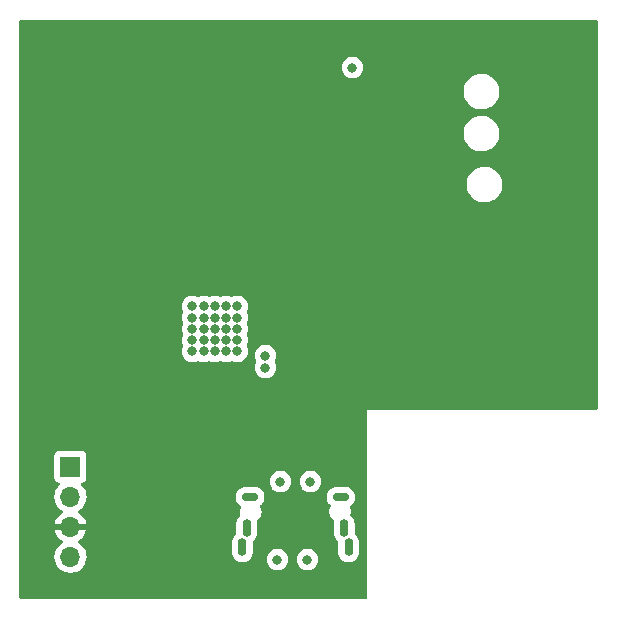
<source format=gbr>
%TF.GenerationSoftware,KiCad,Pcbnew,(6.0.1)*%
%TF.CreationDate,2022-02-16T12:20:19+01:00*%
%TF.ProjectId,KiCad_PCB,4b694361-645f-4504-9342-2e6b69636164,rev?*%
%TF.SameCoordinates,Original*%
%TF.FileFunction,Copper,L2,Inr*%
%TF.FilePolarity,Positive*%
%FSLAX46Y46*%
G04 Gerber Fmt 4.6, Leading zero omitted, Abs format (unit mm)*
G04 Created by KiCad (PCBNEW (6.0.1)) date 2022-02-16 12:20:19*
%MOMM*%
%LPD*%
G01*
G04 APERTURE LIST*
%TA.AperFunction,ComponentPad*%
%ADD10O,1.400000X0.700000*%
%TD*%
%TA.AperFunction,ComponentPad*%
%ADD11O,0.750000X1.500000*%
%TD*%
%TA.AperFunction,ComponentPad*%
%ADD12R,1.700000X1.700000*%
%TD*%
%TA.AperFunction,ComponentPad*%
%ADD13O,1.700000X1.700000*%
%TD*%
%TA.AperFunction,ViaPad*%
%ADD14C,0.800000*%
%TD*%
G04 APERTURE END LIST*
D10*
%TO.N,GND*%
%TO.C,J2*%
X129251000Y-96814000D03*
X136941000Y-96814000D03*
D11*
X137221000Y-99474000D03*
X128971000Y-99474000D03*
X137596000Y-101074000D03*
X128596000Y-101074000D03*
%TD*%
D12*
%TO.N,PROG_SWCLK*%
%TO.C,J1*%
X114046000Y-94244000D03*
D13*
%TO.N,PROG_SWDIO*%
X114046000Y-96784000D03*
%TO.N,+1V8*%
X114046000Y-99324000D03*
%TO.N,GND*%
X114046000Y-101864000D03*
%TD*%
D14*
%TO.N,+1V8*%
X119888000Y-75946000D03*
%TO.N,+5V*%
X137922000Y-60452000D03*
%TO.N,+1V8*%
X126238000Y-65024000D03*
%TO.N,+5V*%
X134112000Y-102108000D03*
X131826000Y-95504000D03*
%TO.N,+1V8*%
X129794000Y-77724000D03*
%TO.N,+5V*%
X131572000Y-102108000D03*
%TO.N,+1V8*%
X123952000Y-90170000D03*
%TO.N,+5V*%
X134366000Y-95504000D03*
%TO.N,GND*%
X125319751Y-82581751D03*
X124369751Y-84481751D03*
X124369751Y-81631751D03*
X124369751Y-80681751D03*
X127219751Y-84481751D03*
X125319751Y-84481751D03*
X126269751Y-84481751D03*
X128169751Y-83531751D03*
X125319751Y-80681751D03*
X128169751Y-80681751D03*
X126269751Y-81631751D03*
X124369751Y-83531751D03*
X127219751Y-82581751D03*
X124369751Y-82581751D03*
X126269751Y-83531751D03*
X125319751Y-83531751D03*
X127219751Y-80681751D03*
X125319751Y-81631751D03*
X126269751Y-80681751D03*
X126269751Y-82581751D03*
X127219751Y-83531751D03*
X128169751Y-82581751D03*
X128169751Y-84481751D03*
X127219751Y-81631751D03*
X128169751Y-81631751D03*
%TO.N,PROG_SWCLK*%
X130556000Y-85852000D03*
%TO.N,PROG_SWDIO*%
X130556000Y-84836000D03*
%TD*%
%TA.AperFunction,Conductor*%
%TO.N,+1V8*%
G36*
X126800076Y-56401361D02*
G01*
X158586097Y-56425518D01*
X158654201Y-56445572D01*
X158700653Y-56499263D01*
X158712000Y-56551518D01*
X158712000Y-89282000D01*
X158691998Y-89350121D01*
X158638342Y-89396614D01*
X158586000Y-89408000D01*
X139192000Y-89408000D01*
X139192000Y-105284000D01*
X139171998Y-105352121D01*
X139118342Y-105398614D01*
X139066000Y-105410000D01*
X109854000Y-105410000D01*
X109785879Y-105389998D01*
X109739386Y-105336342D01*
X109728000Y-105284000D01*
X109728000Y-101830695D01*
X112683251Y-101830695D01*
X112683548Y-101835848D01*
X112683548Y-101835851D01*
X112695812Y-102048547D01*
X112696110Y-102053715D01*
X112697247Y-102058761D01*
X112697248Y-102058767D01*
X112706864Y-102101435D01*
X112745222Y-102271639D01*
X112783461Y-102365811D01*
X112827096Y-102473271D01*
X112829266Y-102478616D01*
X112831965Y-102483020D01*
X112931192Y-102644944D01*
X112945987Y-102669088D01*
X113092250Y-102837938D01*
X113264126Y-102980632D01*
X113457000Y-103093338D01*
X113665692Y-103173030D01*
X113670760Y-103174061D01*
X113670763Y-103174062D01*
X113778017Y-103195883D01*
X113884597Y-103217567D01*
X113889772Y-103217757D01*
X113889774Y-103217757D01*
X114102673Y-103225564D01*
X114102677Y-103225564D01*
X114107837Y-103225753D01*
X114112957Y-103225097D01*
X114112959Y-103225097D01*
X114324288Y-103198025D01*
X114324289Y-103198025D01*
X114329416Y-103197368D01*
X114334366Y-103195883D01*
X114538429Y-103134661D01*
X114538434Y-103134659D01*
X114543384Y-103133174D01*
X114743994Y-103034896D01*
X114925860Y-102905173D01*
X115084096Y-102747489D01*
X115143594Y-102664689D01*
X115211435Y-102570277D01*
X115214453Y-102566077D01*
X115260321Y-102473271D01*
X115311136Y-102370453D01*
X115311137Y-102370451D01*
X115313430Y-102365811D01*
X115378370Y-102152069D01*
X115407529Y-101930590D01*
X115407611Y-101927240D01*
X115409074Y-101867365D01*
X115409074Y-101867361D01*
X115409156Y-101864000D01*
X115390852Y-101641361D01*
X115354166Y-101495306D01*
X127712500Y-101495306D01*
X127712844Y-101498575D01*
X127724405Y-101608570D01*
X127727046Y-101633702D01*
X127729086Y-101639980D01*
X127729086Y-101639981D01*
X127731211Y-101646522D01*
X127784436Y-101810331D01*
X127787739Y-101816053D01*
X127787740Y-101816054D01*
X127796193Y-101830695D01*
X127877296Y-101971169D01*
X128001566Y-102109185D01*
X128006908Y-102113066D01*
X128006910Y-102113068D01*
X128067409Y-102157023D01*
X128151816Y-102218348D01*
X128157844Y-102221032D01*
X128157846Y-102221033D01*
X128315448Y-102291202D01*
X128321479Y-102293887D01*
X128412310Y-102313194D01*
X128496683Y-102331128D01*
X128496687Y-102331128D01*
X128503140Y-102332500D01*
X128688860Y-102332500D01*
X128695313Y-102331128D01*
X128695317Y-102331128D01*
X128779690Y-102313194D01*
X128870521Y-102293887D01*
X128909741Y-102276425D01*
X129034153Y-102221033D01*
X129034155Y-102221032D01*
X129040183Y-102218348D01*
X129045525Y-102214467D01*
X129185090Y-102113068D01*
X129185092Y-102113066D01*
X129190434Y-102109185D01*
X129191501Y-102108000D01*
X130658496Y-102108000D01*
X130678458Y-102297928D01*
X130737473Y-102479556D01*
X130832960Y-102644944D01*
X130960747Y-102786866D01*
X131115248Y-102899118D01*
X131121276Y-102901802D01*
X131121278Y-102901803D01*
X131135581Y-102908171D01*
X131289712Y-102976794D01*
X131383113Y-102996647D01*
X131470056Y-103015128D01*
X131470061Y-103015128D01*
X131476513Y-103016500D01*
X131667487Y-103016500D01*
X131673939Y-103015128D01*
X131673944Y-103015128D01*
X131760888Y-102996647D01*
X131854288Y-102976794D01*
X132008419Y-102908171D01*
X132022722Y-102901803D01*
X132022724Y-102901802D01*
X132028752Y-102899118D01*
X132183253Y-102786866D01*
X132311040Y-102644944D01*
X132406527Y-102479556D01*
X132465542Y-102297928D01*
X132485504Y-102108000D01*
X133198496Y-102108000D01*
X133218458Y-102297928D01*
X133277473Y-102479556D01*
X133372960Y-102644944D01*
X133500747Y-102786866D01*
X133655248Y-102899118D01*
X133661276Y-102901802D01*
X133661278Y-102901803D01*
X133675581Y-102908171D01*
X133829712Y-102976794D01*
X133923113Y-102996647D01*
X134010056Y-103015128D01*
X134010061Y-103015128D01*
X134016513Y-103016500D01*
X134207487Y-103016500D01*
X134213939Y-103015128D01*
X134213944Y-103015128D01*
X134300888Y-102996647D01*
X134394288Y-102976794D01*
X134548419Y-102908171D01*
X134562722Y-102901803D01*
X134562724Y-102901802D01*
X134568752Y-102899118D01*
X134723253Y-102786866D01*
X134851040Y-102644944D01*
X134946527Y-102479556D01*
X135005542Y-102297928D01*
X135025504Y-102108000D01*
X135024814Y-102101435D01*
X135006232Y-101924635D01*
X135006232Y-101924633D01*
X135005542Y-101918072D01*
X134946527Y-101736444D01*
X134851040Y-101571056D01*
X134782835Y-101495306D01*
X134727675Y-101434045D01*
X134727674Y-101434044D01*
X134723253Y-101429134D01*
X134568752Y-101316882D01*
X134562724Y-101314198D01*
X134562722Y-101314197D01*
X134400319Y-101241891D01*
X134400318Y-101241891D01*
X134394288Y-101239206D01*
X134300888Y-101219353D01*
X134213944Y-101200872D01*
X134213939Y-101200872D01*
X134207487Y-101199500D01*
X134016513Y-101199500D01*
X134010061Y-101200872D01*
X134010056Y-101200872D01*
X133923113Y-101219353D01*
X133829712Y-101239206D01*
X133823682Y-101241891D01*
X133823681Y-101241891D01*
X133661278Y-101314197D01*
X133661276Y-101314198D01*
X133655248Y-101316882D01*
X133500747Y-101429134D01*
X133496326Y-101434044D01*
X133496325Y-101434045D01*
X133441166Y-101495306D01*
X133372960Y-101571056D01*
X133277473Y-101736444D01*
X133218458Y-101918072D01*
X133217768Y-101924633D01*
X133217768Y-101924635D01*
X133199186Y-102101435D01*
X133198496Y-102108000D01*
X132485504Y-102108000D01*
X132484814Y-102101435D01*
X132466232Y-101924635D01*
X132466232Y-101924633D01*
X132465542Y-101918072D01*
X132406527Y-101736444D01*
X132311040Y-101571056D01*
X132242835Y-101495306D01*
X132187675Y-101434045D01*
X132187674Y-101434044D01*
X132183253Y-101429134D01*
X132028752Y-101316882D01*
X132022724Y-101314198D01*
X132022722Y-101314197D01*
X131860319Y-101241891D01*
X131860318Y-101241891D01*
X131854288Y-101239206D01*
X131760888Y-101219353D01*
X131673944Y-101200872D01*
X131673939Y-101200872D01*
X131667487Y-101199500D01*
X131476513Y-101199500D01*
X131470061Y-101200872D01*
X131470056Y-101200872D01*
X131383113Y-101219353D01*
X131289712Y-101239206D01*
X131283682Y-101241891D01*
X131283681Y-101241891D01*
X131121278Y-101314197D01*
X131121276Y-101314198D01*
X131115248Y-101316882D01*
X130960747Y-101429134D01*
X130956326Y-101434044D01*
X130956325Y-101434045D01*
X130901166Y-101495306D01*
X130832960Y-101571056D01*
X130737473Y-101736444D01*
X130678458Y-101918072D01*
X130677768Y-101924633D01*
X130677768Y-101924635D01*
X130659186Y-102101435D01*
X130658496Y-102108000D01*
X129191501Y-102108000D01*
X129314704Y-101971169D01*
X129395807Y-101830695D01*
X129404260Y-101816054D01*
X129404261Y-101816053D01*
X129407564Y-101810331D01*
X129460789Y-101646522D01*
X129462914Y-101639981D01*
X129462914Y-101639980D01*
X129464954Y-101633702D01*
X129467596Y-101608570D01*
X129479156Y-101498575D01*
X129479500Y-101495306D01*
X129479500Y-100652694D01*
X129479156Y-100649425D01*
X129478983Y-100646115D01*
X129479858Y-100646069D01*
X129491953Y-100579892D01*
X129530438Y-100534611D01*
X129560087Y-100513071D01*
X129560094Y-100513065D01*
X129565434Y-100509185D01*
X129689704Y-100371169D01*
X129782564Y-100210331D01*
X129839954Y-100033702D01*
X129854500Y-99895306D01*
X129854500Y-99052694D01*
X129839954Y-98914298D01*
X129830051Y-98883820D01*
X129828023Y-98812855D01*
X129869400Y-98747940D01*
X129874202Y-98743954D01*
X129956368Y-98675739D01*
X129983462Y-98653246D01*
X129983465Y-98653243D01*
X129988224Y-98649292D01*
X130095075Y-98517580D01*
X130138650Y-98434933D01*
X130171288Y-98373031D01*
X130171289Y-98373029D01*
X130174176Y-98367553D01*
X130222489Y-98204977D01*
X130229356Y-98130967D01*
X130233746Y-98083652D01*
X130234836Y-98075096D01*
X130237321Y-98059794D01*
X130239134Y-98048633D01*
X130239139Y-98047905D01*
X130239148Y-98047848D01*
X130239177Y-98041998D01*
X130239216Y-98036094D01*
X130239207Y-98036036D01*
X130239211Y-98035308D01*
X130237214Y-98022037D01*
X130235972Y-98013790D01*
X130235267Y-98008287D01*
X130221052Y-97873888D01*
X130220401Y-97867730D01*
X130170323Y-97706822D01*
X130126983Y-97627123D01*
X130112012Y-97557724D01*
X130136937Y-97491247D01*
X130151102Y-97475381D01*
X130253682Y-97378377D01*
X130253683Y-97378376D01*
X130258636Y-97373692D01*
X130262471Y-97368049D01*
X130359646Y-97225060D01*
X130359647Y-97225058D01*
X130363480Y-97219418D01*
X130396071Y-97137937D01*
X130430215Y-97052570D01*
X130430216Y-97052568D01*
X130432751Y-97046229D01*
X130463216Y-96862205D01*
X130462782Y-96853908D01*
X130458163Y-96765795D01*
X135728784Y-96765795D01*
X135729141Y-96772611D01*
X135729141Y-96772615D01*
X135733837Y-96862205D01*
X135738547Y-96952067D01*
X135788080Y-97131898D01*
X135875075Y-97296898D01*
X135879480Y-97302111D01*
X135879483Y-97302115D01*
X135935202Y-97368049D01*
X135995471Y-97439367D01*
X136000895Y-97443514D01*
X136000896Y-97443515D01*
X136031160Y-97466654D01*
X136073128Y-97523918D01*
X136077473Y-97594782D01*
X136065237Y-97627102D01*
X136041661Y-97670310D01*
X136022189Y-97705995D01*
X136020342Y-97711899D01*
X136020341Y-97711902D01*
X136007164Y-97754031D01*
X135971852Y-97866925D01*
X135971192Y-97873081D01*
X135969240Y-97891289D01*
X135962600Y-97953232D01*
X135959007Y-97986744D01*
X135957796Y-97995278D01*
X135953056Y-98022037D01*
X135953027Y-98023449D01*
X135953008Y-98023556D01*
X135952909Y-98029102D01*
X135952795Y-98034574D01*
X135952809Y-98034680D01*
X135952784Y-98036094D01*
X135953624Y-98042205D01*
X135955664Y-98057053D01*
X135956298Y-98062566D01*
X135959125Y-98093030D01*
X135969511Y-98204977D01*
X136017824Y-98367553D01*
X136020711Y-98373029D01*
X136020712Y-98373031D01*
X136053350Y-98434933D01*
X136096925Y-98517580D01*
X136203776Y-98649292D01*
X136208535Y-98653243D01*
X136208538Y-98653246D01*
X136235632Y-98675739D01*
X136317799Y-98743954D01*
X136322600Y-98747940D01*
X136362236Y-98806843D01*
X136361949Y-98883820D01*
X136352046Y-98914298D01*
X136337500Y-99052694D01*
X136337500Y-99895306D01*
X136352046Y-100033702D01*
X136409436Y-100210331D01*
X136502296Y-100371169D01*
X136626566Y-100509185D01*
X136661565Y-100534613D01*
X136704917Y-100590833D01*
X136712321Y-100646079D01*
X136713017Y-100646115D01*
X136712844Y-100649425D01*
X136712500Y-100652694D01*
X136712500Y-101495306D01*
X136712844Y-101498575D01*
X136724405Y-101608570D01*
X136727046Y-101633702D01*
X136729086Y-101639980D01*
X136729086Y-101639981D01*
X136731211Y-101646522D01*
X136784436Y-101810331D01*
X136787739Y-101816053D01*
X136787740Y-101816054D01*
X136796193Y-101830695D01*
X136877296Y-101971169D01*
X137001566Y-102109185D01*
X137006908Y-102113066D01*
X137006910Y-102113068D01*
X137067409Y-102157023D01*
X137151816Y-102218348D01*
X137157844Y-102221032D01*
X137157846Y-102221033D01*
X137315448Y-102291202D01*
X137321479Y-102293887D01*
X137412310Y-102313194D01*
X137496683Y-102331128D01*
X137496687Y-102331128D01*
X137503140Y-102332500D01*
X137688860Y-102332500D01*
X137695313Y-102331128D01*
X137695317Y-102331128D01*
X137779690Y-102313194D01*
X137870521Y-102293887D01*
X137909741Y-102276425D01*
X138034153Y-102221033D01*
X138034155Y-102221032D01*
X138040183Y-102218348D01*
X138045525Y-102214467D01*
X138185090Y-102113068D01*
X138185092Y-102113066D01*
X138190434Y-102109185D01*
X138314704Y-101971169D01*
X138395807Y-101830695D01*
X138404260Y-101816054D01*
X138404261Y-101816053D01*
X138407564Y-101810331D01*
X138460789Y-101646522D01*
X138462914Y-101639981D01*
X138462914Y-101639980D01*
X138464954Y-101633702D01*
X138467596Y-101608570D01*
X138479156Y-101498575D01*
X138479500Y-101495306D01*
X138479500Y-100652694D01*
X138464954Y-100514298D01*
X138407564Y-100337669D01*
X138314704Y-100176831D01*
X138274968Y-100132699D01*
X138194856Y-100043726D01*
X138194855Y-100043725D01*
X138190434Y-100038815D01*
X138155435Y-100013387D01*
X138112083Y-99957167D01*
X138104679Y-99901921D01*
X138103983Y-99901885D01*
X138104156Y-99898575D01*
X138104500Y-99895306D01*
X138104500Y-99052694D01*
X138089954Y-98914298D01*
X138071815Y-98858470D01*
X138034606Y-98743954D01*
X138032564Y-98737669D01*
X137939704Y-98576831D01*
X137836956Y-98462717D01*
X137819856Y-98443726D01*
X137819855Y-98443725D01*
X137815434Y-98438815D01*
X137795074Y-98424022D01*
X137751720Y-98367801D01*
X137745643Y-98297065D01*
X137748354Y-98286194D01*
X137770725Y-98210914D01*
X137770726Y-98210911D01*
X137772489Y-98204977D01*
X137779356Y-98130967D01*
X137783746Y-98083652D01*
X137784836Y-98075096D01*
X137787321Y-98059794D01*
X137789134Y-98048633D01*
X137789139Y-98047905D01*
X137789148Y-98047848D01*
X137789177Y-98041998D01*
X137789216Y-98036094D01*
X137789207Y-98036036D01*
X137789211Y-98035308D01*
X137787214Y-98022037D01*
X137785972Y-98013790D01*
X137785267Y-98008287D01*
X137771052Y-97873888D01*
X137770401Y-97867730D01*
X137720323Y-97706822D01*
X137716828Y-97700394D01*
X137716703Y-97699815D01*
X137714955Y-97695680D01*
X137715739Y-97695349D01*
X137701851Y-97630997D01*
X137726772Y-97564518D01*
X137762620Y-97532190D01*
X137776387Y-97523918D01*
X137813109Y-97501853D01*
X137948636Y-97373692D01*
X137952471Y-97368049D01*
X138049646Y-97225060D01*
X138049647Y-97225058D01*
X138053480Y-97219418D01*
X138086071Y-97137937D01*
X138120215Y-97052570D01*
X138120216Y-97052568D01*
X138122751Y-97046229D01*
X138153216Y-96862205D01*
X138152782Y-96853908D01*
X138143810Y-96682746D01*
X138143453Y-96675933D01*
X138093920Y-96496102D01*
X138006925Y-96331102D01*
X138002520Y-96325889D01*
X138002517Y-96325885D01*
X137890936Y-96193847D01*
X137890932Y-96193843D01*
X137886529Y-96188633D01*
X137872563Y-96177955D01*
X137743769Y-96079484D01*
X137743765Y-96079481D01*
X137738348Y-96075340D01*
X137569296Y-95996510D01*
X137387260Y-95955820D01*
X137381537Y-95955500D01*
X136544404Y-95955500D01*
X136405563Y-95970583D01*
X136228777Y-96030078D01*
X136068891Y-96126147D01*
X135933364Y-96254308D01*
X135929529Y-96259951D01*
X135871933Y-96344702D01*
X135828520Y-96408582D01*
X135825988Y-96414911D01*
X135825987Y-96414914D01*
X135780528Y-96528570D01*
X135759249Y-96581771D01*
X135758134Y-96588509D01*
X135732134Y-96745562D01*
X135728784Y-96765795D01*
X130458163Y-96765795D01*
X130453810Y-96682746D01*
X130453453Y-96675933D01*
X130403920Y-96496102D01*
X130316925Y-96331102D01*
X130312520Y-96325889D01*
X130312517Y-96325885D01*
X130200936Y-96193847D01*
X130200932Y-96193843D01*
X130196529Y-96188633D01*
X130182563Y-96177955D01*
X130053769Y-96079484D01*
X130053765Y-96079481D01*
X130048348Y-96075340D01*
X129879296Y-95996510D01*
X129697260Y-95955820D01*
X129691537Y-95955500D01*
X128854404Y-95955500D01*
X128715563Y-95970583D01*
X128538777Y-96030078D01*
X128378891Y-96126147D01*
X128243364Y-96254308D01*
X128239529Y-96259951D01*
X128181933Y-96344702D01*
X128138520Y-96408582D01*
X128135988Y-96414911D01*
X128135987Y-96414914D01*
X128090528Y-96528570D01*
X128069249Y-96581771D01*
X128068134Y-96588509D01*
X128042134Y-96745562D01*
X128038784Y-96765795D01*
X128039141Y-96772611D01*
X128039141Y-96772615D01*
X128043837Y-96862205D01*
X128048547Y-96952067D01*
X128098080Y-97131898D01*
X128185075Y-97296898D01*
X128189480Y-97302111D01*
X128189483Y-97302115D01*
X128301064Y-97434153D01*
X128301068Y-97434157D01*
X128305471Y-97439367D01*
X128439949Y-97542183D01*
X128481916Y-97599446D01*
X128486261Y-97670310D01*
X128477049Y-97694641D01*
X128477572Y-97694863D01*
X128475154Y-97700561D01*
X128472189Y-97705995D01*
X128470342Y-97711899D01*
X128470341Y-97711902D01*
X128457164Y-97754031D01*
X128421852Y-97866925D01*
X128421192Y-97873081D01*
X128419240Y-97891289D01*
X128412600Y-97953232D01*
X128409007Y-97986744D01*
X128407796Y-97995278D01*
X128403056Y-98022037D01*
X128403027Y-98023449D01*
X128403008Y-98023556D01*
X128402909Y-98029102D01*
X128402795Y-98034574D01*
X128402809Y-98034680D01*
X128402784Y-98036094D01*
X128403624Y-98042205D01*
X128405664Y-98057053D01*
X128406298Y-98062566D01*
X128409125Y-98093030D01*
X128419511Y-98204977D01*
X128421274Y-98210911D01*
X128421275Y-98210914D01*
X128443646Y-98286194D01*
X128443877Y-98357190D01*
X128405688Y-98417041D01*
X128396930Y-98424020D01*
X128376566Y-98438815D01*
X128372145Y-98443725D01*
X128372144Y-98443726D01*
X128355045Y-98462717D01*
X128252296Y-98576831D01*
X128159436Y-98737669D01*
X128157394Y-98743954D01*
X128120186Y-98858470D01*
X128102046Y-98914298D01*
X128087500Y-99052694D01*
X128087500Y-99895306D01*
X128087844Y-99898575D01*
X128088017Y-99901885D01*
X128087142Y-99901931D01*
X128075047Y-99968108D01*
X128036562Y-100013389D01*
X128006913Y-100034929D01*
X128006906Y-100034935D01*
X128001566Y-100038815D01*
X127997145Y-100043725D01*
X127997144Y-100043726D01*
X127917033Y-100132699D01*
X127877296Y-100176831D01*
X127784436Y-100337669D01*
X127727046Y-100514298D01*
X127712500Y-100652694D01*
X127712500Y-101495306D01*
X115354166Y-101495306D01*
X115336431Y-101424702D01*
X115247354Y-101219840D01*
X115126014Y-101032277D01*
X114975670Y-100867051D01*
X114971619Y-100863852D01*
X114971615Y-100863848D01*
X114804414Y-100731800D01*
X114804410Y-100731798D01*
X114800359Y-100728598D01*
X114758569Y-100705529D01*
X114708598Y-100655097D01*
X114693826Y-100585654D01*
X114718942Y-100519248D01*
X114746294Y-100492641D01*
X114921328Y-100367792D01*
X114929200Y-100361139D01*
X115080052Y-100210812D01*
X115086730Y-100202965D01*
X115211003Y-100030020D01*
X115216313Y-100021183D01*
X115310670Y-99830267D01*
X115314469Y-99820672D01*
X115376377Y-99616910D01*
X115378555Y-99606837D01*
X115379986Y-99595962D01*
X115377775Y-99581778D01*
X115364617Y-99578000D01*
X112729225Y-99578000D01*
X112715694Y-99581973D01*
X112714257Y-99591966D01*
X112744565Y-99726446D01*
X112747645Y-99736275D01*
X112827770Y-99933603D01*
X112832413Y-99942794D01*
X112943694Y-100124388D01*
X112949777Y-100132699D01*
X113089213Y-100293667D01*
X113096580Y-100300883D01*
X113260434Y-100436916D01*
X113268881Y-100442831D01*
X113337969Y-100483203D01*
X113386693Y-100534842D01*
X113399764Y-100604625D01*
X113373033Y-100670396D01*
X113332584Y-100703752D01*
X113319607Y-100710507D01*
X113315474Y-100713610D01*
X113315471Y-100713612D01*
X113291247Y-100731800D01*
X113140965Y-100844635D01*
X112986629Y-101006138D01*
X112860743Y-101190680D01*
X112845003Y-101224590D01*
X112803409Y-101314197D01*
X112766688Y-101393305D01*
X112706989Y-101608570D01*
X112683251Y-101830695D01*
X109728000Y-101830695D01*
X109728000Y-96750695D01*
X112683251Y-96750695D01*
X112683548Y-96755848D01*
X112683548Y-96755851D01*
X112689011Y-96850590D01*
X112696110Y-96973715D01*
X112697247Y-96978761D01*
X112697248Y-96978767D01*
X112710933Y-97039491D01*
X112745222Y-97191639D01*
X112829266Y-97398616D01*
X112880019Y-97481438D01*
X112930931Y-97564518D01*
X112945987Y-97589088D01*
X113092250Y-97757938D01*
X113264126Y-97900632D01*
X113337955Y-97943774D01*
X113386679Y-97995412D01*
X113399750Y-98065195D01*
X113373019Y-98130967D01*
X113332562Y-98164327D01*
X113324457Y-98168546D01*
X113315738Y-98174036D01*
X113145433Y-98301905D01*
X113137726Y-98308748D01*
X112990590Y-98462717D01*
X112984104Y-98470727D01*
X112864098Y-98646649D01*
X112859000Y-98655623D01*
X112769338Y-98848783D01*
X112765775Y-98858470D01*
X112710389Y-99058183D01*
X112711912Y-99066607D01*
X112724292Y-99070000D01*
X115364344Y-99070000D01*
X115377875Y-99066027D01*
X115379180Y-99056947D01*
X115337214Y-98889875D01*
X115333894Y-98880124D01*
X115248972Y-98684814D01*
X115244105Y-98675739D01*
X115128426Y-98496926D01*
X115122136Y-98488757D01*
X114978806Y-98331240D01*
X114971273Y-98324215D01*
X114804139Y-98192222D01*
X114795556Y-98186520D01*
X114758602Y-98166120D01*
X114708631Y-98115687D01*
X114693859Y-98046245D01*
X114718975Y-97979839D01*
X114746327Y-97953232D01*
X114769797Y-97936491D01*
X114925860Y-97825173D01*
X115084096Y-97667489D01*
X115143594Y-97584689D01*
X115211435Y-97490277D01*
X115214453Y-97486077D01*
X115219740Y-97475381D01*
X115311136Y-97290453D01*
X115311137Y-97290451D01*
X115313430Y-97285811D01*
X115358358Y-97137937D01*
X115376865Y-97077023D01*
X115376865Y-97077021D01*
X115378370Y-97072069D01*
X115407529Y-96850590D01*
X115409156Y-96784000D01*
X115390852Y-96561361D01*
X115336431Y-96344702D01*
X115247354Y-96139840D01*
X115176346Y-96030078D01*
X115128822Y-95956617D01*
X115128820Y-95956614D01*
X115126014Y-95952277D01*
X115122532Y-95948450D01*
X114978798Y-95790488D01*
X114947746Y-95726642D01*
X114956141Y-95656143D01*
X115001317Y-95601375D01*
X115027761Y-95587706D01*
X115134297Y-95547767D01*
X115142705Y-95544615D01*
X115196897Y-95504000D01*
X130912496Y-95504000D01*
X130913186Y-95510565D01*
X130925863Y-95631176D01*
X130932458Y-95693928D01*
X130991473Y-95875556D01*
X131086960Y-96040944D01*
X131091378Y-96045851D01*
X131091379Y-96045852D01*
X131153978Y-96115375D01*
X131214747Y-96182866D01*
X131369248Y-96295118D01*
X131375276Y-96297802D01*
X131375278Y-96297803D01*
X131537681Y-96370109D01*
X131543712Y-96372794D01*
X131637112Y-96392647D01*
X131724056Y-96411128D01*
X131724061Y-96411128D01*
X131730513Y-96412500D01*
X131921487Y-96412500D01*
X131927939Y-96411128D01*
X131927944Y-96411128D01*
X132014888Y-96392647D01*
X132108288Y-96372794D01*
X132114319Y-96370109D01*
X132276722Y-96297803D01*
X132276724Y-96297802D01*
X132282752Y-96295118D01*
X132437253Y-96182866D01*
X132498022Y-96115375D01*
X132560621Y-96045852D01*
X132560622Y-96045851D01*
X132565040Y-96040944D01*
X132660527Y-95875556D01*
X132719542Y-95693928D01*
X132726138Y-95631176D01*
X132738814Y-95510565D01*
X132739504Y-95504000D01*
X133452496Y-95504000D01*
X133453186Y-95510565D01*
X133465863Y-95631176D01*
X133472458Y-95693928D01*
X133531473Y-95875556D01*
X133626960Y-96040944D01*
X133631378Y-96045851D01*
X133631379Y-96045852D01*
X133693978Y-96115375D01*
X133754747Y-96182866D01*
X133909248Y-96295118D01*
X133915276Y-96297802D01*
X133915278Y-96297803D01*
X134077681Y-96370109D01*
X134083712Y-96372794D01*
X134177112Y-96392647D01*
X134264056Y-96411128D01*
X134264061Y-96411128D01*
X134270513Y-96412500D01*
X134461487Y-96412500D01*
X134467939Y-96411128D01*
X134467944Y-96411128D01*
X134554888Y-96392647D01*
X134648288Y-96372794D01*
X134654319Y-96370109D01*
X134816722Y-96297803D01*
X134816724Y-96297802D01*
X134822752Y-96295118D01*
X134977253Y-96182866D01*
X135038022Y-96115375D01*
X135100621Y-96045852D01*
X135100622Y-96045851D01*
X135105040Y-96040944D01*
X135200527Y-95875556D01*
X135259542Y-95693928D01*
X135266138Y-95631176D01*
X135278814Y-95510565D01*
X135279504Y-95504000D01*
X135273837Y-95450081D01*
X135260232Y-95320635D01*
X135260232Y-95320633D01*
X135259542Y-95314072D01*
X135200527Y-95132444D01*
X135105040Y-94967056D01*
X134977253Y-94825134D01*
X134822752Y-94712882D01*
X134816724Y-94710198D01*
X134816722Y-94710197D01*
X134654319Y-94637891D01*
X134654318Y-94637891D01*
X134648288Y-94635206D01*
X134554887Y-94615353D01*
X134467944Y-94596872D01*
X134467939Y-94596872D01*
X134461487Y-94595500D01*
X134270513Y-94595500D01*
X134264061Y-94596872D01*
X134264056Y-94596872D01*
X134177113Y-94615353D01*
X134083712Y-94635206D01*
X134077682Y-94637891D01*
X134077681Y-94637891D01*
X133915278Y-94710197D01*
X133915276Y-94710198D01*
X133909248Y-94712882D01*
X133754747Y-94825134D01*
X133626960Y-94967056D01*
X133531473Y-95132444D01*
X133472458Y-95314072D01*
X133471768Y-95320633D01*
X133471768Y-95320635D01*
X133458163Y-95450081D01*
X133452496Y-95504000D01*
X132739504Y-95504000D01*
X132733837Y-95450081D01*
X132720232Y-95320635D01*
X132720232Y-95320633D01*
X132719542Y-95314072D01*
X132660527Y-95132444D01*
X132565040Y-94967056D01*
X132437253Y-94825134D01*
X132282752Y-94712882D01*
X132276724Y-94710198D01*
X132276722Y-94710197D01*
X132114319Y-94637891D01*
X132114318Y-94637891D01*
X132108288Y-94635206D01*
X132014887Y-94615353D01*
X131927944Y-94596872D01*
X131927939Y-94596872D01*
X131921487Y-94595500D01*
X131730513Y-94595500D01*
X131724061Y-94596872D01*
X131724056Y-94596872D01*
X131637113Y-94615353D01*
X131543712Y-94635206D01*
X131537682Y-94637891D01*
X131537681Y-94637891D01*
X131375278Y-94710197D01*
X131375276Y-94710198D01*
X131369248Y-94712882D01*
X131214747Y-94825134D01*
X131086960Y-94967056D01*
X130991473Y-95132444D01*
X130932458Y-95314072D01*
X130931768Y-95320633D01*
X130931768Y-95320635D01*
X130918163Y-95450081D01*
X130912496Y-95504000D01*
X115196897Y-95504000D01*
X115259261Y-95457261D01*
X115346615Y-95340705D01*
X115397745Y-95204316D01*
X115404500Y-95142134D01*
X115404500Y-93345866D01*
X115397745Y-93283684D01*
X115346615Y-93147295D01*
X115259261Y-93030739D01*
X115142705Y-92943385D01*
X115006316Y-92892255D01*
X114944134Y-92885500D01*
X113147866Y-92885500D01*
X113085684Y-92892255D01*
X112949295Y-92943385D01*
X112832739Y-93030739D01*
X112745385Y-93147295D01*
X112694255Y-93283684D01*
X112687500Y-93345866D01*
X112687500Y-95142134D01*
X112694255Y-95204316D01*
X112745385Y-95340705D01*
X112832739Y-95457261D01*
X112949295Y-95544615D01*
X112957704Y-95547767D01*
X112957705Y-95547768D01*
X113066451Y-95588535D01*
X113123216Y-95631176D01*
X113147916Y-95697738D01*
X113132709Y-95767087D01*
X113113316Y-95793568D01*
X112986629Y-95926138D01*
X112983715Y-95930410D01*
X112983714Y-95930411D01*
X112966549Y-95955574D01*
X112860743Y-96110680D01*
X112845003Y-96144590D01*
X112773884Y-96297803D01*
X112766688Y-96313305D01*
X112706989Y-96528570D01*
X112683251Y-96750695D01*
X109728000Y-96750695D01*
X109728000Y-85852000D01*
X129642496Y-85852000D01*
X129662458Y-86041928D01*
X129721473Y-86223556D01*
X129816960Y-86388944D01*
X129944747Y-86530866D01*
X130099248Y-86643118D01*
X130105276Y-86645802D01*
X130105278Y-86645803D01*
X130267681Y-86718109D01*
X130273712Y-86720794D01*
X130367113Y-86740647D01*
X130454056Y-86759128D01*
X130454061Y-86759128D01*
X130460513Y-86760500D01*
X130651487Y-86760500D01*
X130657939Y-86759128D01*
X130657944Y-86759128D01*
X130744887Y-86740647D01*
X130838288Y-86720794D01*
X130844319Y-86718109D01*
X131006722Y-86645803D01*
X131006724Y-86645802D01*
X131012752Y-86643118D01*
X131167253Y-86530866D01*
X131295040Y-86388944D01*
X131390527Y-86223556D01*
X131449542Y-86041928D01*
X131469504Y-85852000D01*
X131449542Y-85662072D01*
X131390527Y-85480444D01*
X131348124Y-85407000D01*
X131331386Y-85338005D01*
X131348124Y-85281000D01*
X131352819Y-85272869D01*
X131390527Y-85207556D01*
X131449542Y-85025928D01*
X131469504Y-84836000D01*
X131452893Y-84677957D01*
X131450232Y-84652635D01*
X131450232Y-84652633D01*
X131449542Y-84646072D01*
X131390527Y-84464444D01*
X131295040Y-84299056D01*
X131288528Y-84291823D01*
X131171675Y-84162045D01*
X131171674Y-84162044D01*
X131167253Y-84157134D01*
X131068157Y-84085136D01*
X131018094Y-84048763D01*
X131018093Y-84048762D01*
X131012752Y-84044882D01*
X131006724Y-84042198D01*
X131006722Y-84042197D01*
X130844319Y-83969891D01*
X130844318Y-83969891D01*
X130838288Y-83967206D01*
X130727937Y-83943750D01*
X130657944Y-83928872D01*
X130657939Y-83928872D01*
X130651487Y-83927500D01*
X130460513Y-83927500D01*
X130454061Y-83928872D01*
X130454056Y-83928872D01*
X130384063Y-83943750D01*
X130273712Y-83967206D01*
X130267682Y-83969891D01*
X130267681Y-83969891D01*
X130105278Y-84042197D01*
X130105276Y-84042198D01*
X130099248Y-84044882D01*
X130093907Y-84048762D01*
X130093906Y-84048763D01*
X130043843Y-84085136D01*
X129944747Y-84157134D01*
X129940326Y-84162044D01*
X129940325Y-84162045D01*
X129823473Y-84291823D01*
X129816960Y-84299056D01*
X129721473Y-84464444D01*
X129662458Y-84646072D01*
X129661768Y-84652633D01*
X129661768Y-84652635D01*
X129659107Y-84677957D01*
X129642496Y-84836000D01*
X129662458Y-85025928D01*
X129721473Y-85207556D01*
X129759182Y-85272869D01*
X129763876Y-85281000D01*
X129780614Y-85349995D01*
X129763876Y-85407000D01*
X129721473Y-85480444D01*
X129662458Y-85662072D01*
X129642496Y-85852000D01*
X109728000Y-85852000D01*
X109728000Y-84481751D01*
X123456247Y-84481751D01*
X123456937Y-84488316D01*
X123473518Y-84646072D01*
X123476209Y-84671679D01*
X123535224Y-84853307D01*
X123630711Y-85018695D01*
X123635129Y-85023602D01*
X123635130Y-85023603D01*
X123642876Y-85032206D01*
X123758498Y-85160617D01*
X123912999Y-85272869D01*
X123919027Y-85275553D01*
X123919029Y-85275554D01*
X124081432Y-85347860D01*
X124087463Y-85350545D01*
X124180863Y-85370398D01*
X124267807Y-85388879D01*
X124267812Y-85388879D01*
X124274264Y-85390251D01*
X124465238Y-85390251D01*
X124471690Y-85388879D01*
X124471695Y-85388879D01*
X124558639Y-85370398D01*
X124652039Y-85350545D01*
X124666740Y-85344000D01*
X124793502Y-85287562D01*
X124863869Y-85278128D01*
X124896000Y-85287562D01*
X125022763Y-85344000D01*
X125037463Y-85350545D01*
X125130863Y-85370398D01*
X125217807Y-85388879D01*
X125217812Y-85388879D01*
X125224264Y-85390251D01*
X125415238Y-85390251D01*
X125421690Y-85388879D01*
X125421695Y-85388879D01*
X125508639Y-85370398D01*
X125602039Y-85350545D01*
X125616740Y-85344000D01*
X125743502Y-85287562D01*
X125813869Y-85278128D01*
X125846000Y-85287562D01*
X125972763Y-85344000D01*
X125987463Y-85350545D01*
X126080863Y-85370398D01*
X126167807Y-85388879D01*
X126167812Y-85388879D01*
X126174264Y-85390251D01*
X126365238Y-85390251D01*
X126371690Y-85388879D01*
X126371695Y-85388879D01*
X126458639Y-85370398D01*
X126552039Y-85350545D01*
X126566740Y-85344000D01*
X126693502Y-85287562D01*
X126763869Y-85278128D01*
X126796000Y-85287562D01*
X126922763Y-85344000D01*
X126937463Y-85350545D01*
X127030863Y-85370398D01*
X127117807Y-85388879D01*
X127117812Y-85388879D01*
X127124264Y-85390251D01*
X127315238Y-85390251D01*
X127321690Y-85388879D01*
X127321695Y-85388879D01*
X127408639Y-85370398D01*
X127502039Y-85350545D01*
X127516740Y-85344000D01*
X127643502Y-85287562D01*
X127713869Y-85278128D01*
X127746000Y-85287562D01*
X127872763Y-85344000D01*
X127887463Y-85350545D01*
X127980863Y-85370398D01*
X128067807Y-85388879D01*
X128067812Y-85388879D01*
X128074264Y-85390251D01*
X128265238Y-85390251D01*
X128271690Y-85388879D01*
X128271695Y-85388879D01*
X128358639Y-85370398D01*
X128452039Y-85350545D01*
X128458070Y-85347860D01*
X128620473Y-85275554D01*
X128620475Y-85275553D01*
X128626503Y-85272869D01*
X128781004Y-85160617D01*
X128896626Y-85032206D01*
X128904372Y-85023603D01*
X128904373Y-85023602D01*
X128908791Y-85018695D01*
X129004278Y-84853307D01*
X129063293Y-84671679D01*
X129065985Y-84646072D01*
X129082565Y-84488316D01*
X129083255Y-84481751D01*
X129063293Y-84291823D01*
X129004278Y-84110195D01*
X128980928Y-84069752D01*
X128964189Y-84000757D01*
X128980928Y-83943750D01*
X129000973Y-83909032D01*
X129000974Y-83909029D01*
X129004278Y-83903307D01*
X129063293Y-83721679D01*
X129083255Y-83531751D01*
X129063293Y-83341823D01*
X129004278Y-83160195D01*
X128980928Y-83119752D01*
X128964189Y-83050757D01*
X128980928Y-82993750D01*
X129000973Y-82959032D01*
X129000974Y-82959029D01*
X129004278Y-82953307D01*
X129063293Y-82771679D01*
X129083255Y-82581751D01*
X129063293Y-82391823D01*
X129004278Y-82210195D01*
X128980928Y-82169752D01*
X128964189Y-82100757D01*
X128980928Y-82043750D01*
X129000973Y-82009032D01*
X129000974Y-82009029D01*
X129004278Y-82003307D01*
X129063293Y-81821679D01*
X129083255Y-81631751D01*
X129063293Y-81441823D01*
X129004278Y-81260195D01*
X128980928Y-81219752D01*
X128964189Y-81150757D01*
X128980928Y-81093750D01*
X129000973Y-81059032D01*
X129000974Y-81059029D01*
X129004278Y-81053307D01*
X129063293Y-80871679D01*
X129083255Y-80681751D01*
X129063293Y-80491823D01*
X129004278Y-80310195D01*
X128908791Y-80144807D01*
X128781004Y-80002885D01*
X128626503Y-79890633D01*
X128620475Y-79887949D01*
X128620473Y-79887948D01*
X128458070Y-79815642D01*
X128458069Y-79815642D01*
X128452039Y-79812957D01*
X128358639Y-79793104D01*
X128271695Y-79774623D01*
X128271690Y-79774623D01*
X128265238Y-79773251D01*
X128074264Y-79773251D01*
X128067812Y-79774623D01*
X128067807Y-79774623D01*
X127980863Y-79793104D01*
X127887463Y-79812957D01*
X127881433Y-79815642D01*
X127881432Y-79815642D01*
X127746000Y-79875940D01*
X127675633Y-79885374D01*
X127643502Y-79875940D01*
X127508070Y-79815642D01*
X127508069Y-79815642D01*
X127502039Y-79812957D01*
X127408639Y-79793104D01*
X127321695Y-79774623D01*
X127321690Y-79774623D01*
X127315238Y-79773251D01*
X127124264Y-79773251D01*
X127117812Y-79774623D01*
X127117807Y-79774623D01*
X127030863Y-79793104D01*
X126937463Y-79812957D01*
X126931433Y-79815642D01*
X126931432Y-79815642D01*
X126796000Y-79875940D01*
X126725633Y-79885374D01*
X126693502Y-79875940D01*
X126558070Y-79815642D01*
X126558069Y-79815642D01*
X126552039Y-79812957D01*
X126458639Y-79793104D01*
X126371695Y-79774623D01*
X126371690Y-79774623D01*
X126365238Y-79773251D01*
X126174264Y-79773251D01*
X126167812Y-79774623D01*
X126167807Y-79774623D01*
X126080863Y-79793104D01*
X125987463Y-79812957D01*
X125981433Y-79815642D01*
X125981432Y-79815642D01*
X125846000Y-79875940D01*
X125775633Y-79885374D01*
X125743502Y-79875940D01*
X125608070Y-79815642D01*
X125608069Y-79815642D01*
X125602039Y-79812957D01*
X125508639Y-79793104D01*
X125421695Y-79774623D01*
X125421690Y-79774623D01*
X125415238Y-79773251D01*
X125224264Y-79773251D01*
X125217812Y-79774623D01*
X125217807Y-79774623D01*
X125130863Y-79793104D01*
X125037463Y-79812957D01*
X125031433Y-79815642D01*
X125031432Y-79815642D01*
X124896000Y-79875940D01*
X124825633Y-79885374D01*
X124793502Y-79875940D01*
X124658070Y-79815642D01*
X124658069Y-79815642D01*
X124652039Y-79812957D01*
X124558639Y-79793104D01*
X124471695Y-79774623D01*
X124471690Y-79774623D01*
X124465238Y-79773251D01*
X124274264Y-79773251D01*
X124267812Y-79774623D01*
X124267807Y-79774623D01*
X124180863Y-79793104D01*
X124087463Y-79812957D01*
X124081433Y-79815642D01*
X124081432Y-79815642D01*
X123919029Y-79887948D01*
X123919027Y-79887949D01*
X123912999Y-79890633D01*
X123758498Y-80002885D01*
X123630711Y-80144807D01*
X123535224Y-80310195D01*
X123476209Y-80491823D01*
X123456247Y-80681751D01*
X123476209Y-80871679D01*
X123535224Y-81053307D01*
X123538528Y-81059029D01*
X123538529Y-81059032D01*
X123558574Y-81093750D01*
X123575313Y-81162745D01*
X123558574Y-81219752D01*
X123535224Y-81260195D01*
X123476209Y-81441823D01*
X123456247Y-81631751D01*
X123476209Y-81821679D01*
X123535224Y-82003307D01*
X123538528Y-82009029D01*
X123538529Y-82009032D01*
X123558574Y-82043750D01*
X123575313Y-82112745D01*
X123558574Y-82169752D01*
X123535224Y-82210195D01*
X123476209Y-82391823D01*
X123456247Y-82581751D01*
X123476209Y-82771679D01*
X123535224Y-82953307D01*
X123538528Y-82959029D01*
X123538529Y-82959032D01*
X123558574Y-82993750D01*
X123575313Y-83062745D01*
X123558574Y-83119752D01*
X123535224Y-83160195D01*
X123476209Y-83341823D01*
X123456247Y-83531751D01*
X123476209Y-83721679D01*
X123535224Y-83903307D01*
X123538528Y-83909029D01*
X123538529Y-83909032D01*
X123558574Y-83943750D01*
X123575313Y-84012745D01*
X123558574Y-84069752D01*
X123535224Y-84110195D01*
X123476209Y-84291823D01*
X123456247Y-84481751D01*
X109728000Y-84481751D01*
X109728000Y-70410817D01*
X147585514Y-70410817D01*
X147586095Y-70415837D01*
X147586095Y-70415841D01*
X147601923Y-70552631D01*
X147613415Y-70651956D01*
X147614791Y-70656820D01*
X147614792Y-70656823D01*
X147660476Y-70818266D01*
X147679510Y-70885532D01*
X147681644Y-70890108D01*
X147681646Y-70890114D01*
X147738446Y-71011922D01*
X147782099Y-71105536D01*
X147918544Y-71306307D01*
X148085332Y-71482681D01*
X148089358Y-71485759D01*
X148089359Y-71485760D01*
X148274154Y-71627047D01*
X148274158Y-71627050D01*
X148278174Y-71630120D01*
X148492109Y-71744831D01*
X148721631Y-71823862D01*
X148820978Y-71841022D01*
X148956926Y-71864504D01*
X148956932Y-71864505D01*
X148960836Y-71865179D01*
X148964797Y-71865359D01*
X148964798Y-71865359D01*
X148988506Y-71866436D01*
X148988525Y-71866436D01*
X148989925Y-71866500D01*
X149159001Y-71866500D01*
X149161509Y-71866298D01*
X149161514Y-71866298D01*
X149334924Y-71852346D01*
X149334929Y-71852345D01*
X149339965Y-71851940D01*
X149344873Y-71850734D01*
X149344876Y-71850734D01*
X149570792Y-71795244D01*
X149575706Y-71794037D01*
X149580358Y-71792062D01*
X149580362Y-71792061D01*
X149794498Y-71701165D01*
X149799156Y-71699188D01*
X149905037Y-71632511D01*
X150000288Y-71572528D01*
X150000291Y-71572526D01*
X150004567Y-71569833D01*
X150103422Y-71482681D01*
X150182858Y-71412650D01*
X150182861Y-71412647D01*
X150186655Y-71409302D01*
X150340734Y-71221722D01*
X150462841Y-71011922D01*
X150549833Y-70785298D01*
X150599474Y-70547680D01*
X150610486Y-70305183D01*
X150595235Y-70173373D01*
X150583167Y-70069071D01*
X150583166Y-70069067D01*
X150582585Y-70064044D01*
X150543517Y-69925978D01*
X150517866Y-69835331D01*
X150516490Y-69830468D01*
X150514356Y-69825892D01*
X150514354Y-69825886D01*
X150416038Y-69615046D01*
X150416036Y-69615042D01*
X150413901Y-69610464D01*
X150277456Y-69409693D01*
X150110668Y-69233319D01*
X150106641Y-69230240D01*
X149921846Y-69088953D01*
X149921842Y-69088950D01*
X149917826Y-69085880D01*
X149703891Y-68971169D01*
X149474369Y-68892138D01*
X149375022Y-68874978D01*
X149239074Y-68851496D01*
X149239068Y-68851495D01*
X149235164Y-68850821D01*
X149231203Y-68850641D01*
X149231202Y-68850641D01*
X149207494Y-68849564D01*
X149207475Y-68849564D01*
X149206075Y-68849500D01*
X149036999Y-68849500D01*
X149034491Y-68849702D01*
X149034486Y-68849702D01*
X148861076Y-68863654D01*
X148861071Y-68863655D01*
X148856035Y-68864060D01*
X148851127Y-68865266D01*
X148851124Y-68865266D01*
X148735007Y-68893787D01*
X148620294Y-68921963D01*
X148615642Y-68923938D01*
X148615638Y-68923939D01*
X148508252Y-68969522D01*
X148396844Y-69016812D01*
X148392560Y-69019510D01*
X148195712Y-69143472D01*
X148195709Y-69143474D01*
X148191433Y-69146167D01*
X148187639Y-69149512D01*
X148013142Y-69303350D01*
X148013139Y-69303353D01*
X148009345Y-69306698D01*
X147855266Y-69494278D01*
X147733159Y-69704078D01*
X147646167Y-69930702D01*
X147596526Y-70168320D01*
X147585514Y-70410817D01*
X109728000Y-70410817D01*
X109728000Y-66092817D01*
X147331514Y-66092817D01*
X147332095Y-66097837D01*
X147332095Y-66097841D01*
X147347923Y-66234631D01*
X147359415Y-66333956D01*
X147360791Y-66338820D01*
X147360792Y-66338823D01*
X147406476Y-66500266D01*
X147425510Y-66567532D01*
X147427644Y-66572108D01*
X147427646Y-66572114D01*
X147484446Y-66693922D01*
X147528099Y-66787536D01*
X147664544Y-66988307D01*
X147831332Y-67164681D01*
X147835358Y-67167759D01*
X147835359Y-67167760D01*
X148020154Y-67309047D01*
X148020158Y-67309050D01*
X148024174Y-67312120D01*
X148238109Y-67426831D01*
X148467631Y-67505862D01*
X148566978Y-67523022D01*
X148702926Y-67546504D01*
X148702932Y-67546505D01*
X148706836Y-67547179D01*
X148710797Y-67547359D01*
X148710798Y-67547359D01*
X148734506Y-67548436D01*
X148734525Y-67548436D01*
X148735925Y-67548500D01*
X148905001Y-67548500D01*
X148907509Y-67548298D01*
X148907514Y-67548298D01*
X149080924Y-67534346D01*
X149080929Y-67534345D01*
X149085965Y-67533940D01*
X149090873Y-67532734D01*
X149090876Y-67532734D01*
X149316792Y-67477244D01*
X149321706Y-67476037D01*
X149326358Y-67474062D01*
X149326362Y-67474061D01*
X149540498Y-67383165D01*
X149545156Y-67381188D01*
X149651037Y-67314511D01*
X149746288Y-67254528D01*
X149746291Y-67254526D01*
X149750567Y-67251833D01*
X149849422Y-67164681D01*
X149928858Y-67094650D01*
X149928861Y-67094647D01*
X149932655Y-67091302D01*
X150086734Y-66903722D01*
X150208841Y-66693922D01*
X150295833Y-66467298D01*
X150345474Y-66229680D01*
X150356486Y-65987183D01*
X150341235Y-65855373D01*
X150329167Y-65751071D01*
X150329166Y-65751067D01*
X150328585Y-65746044D01*
X150289517Y-65607978D01*
X150263866Y-65517331D01*
X150262490Y-65512468D01*
X150260356Y-65507892D01*
X150260354Y-65507886D01*
X150162038Y-65297046D01*
X150162036Y-65297042D01*
X150159901Y-65292464D01*
X150023456Y-65091693D01*
X149856668Y-64915319D01*
X149852641Y-64912240D01*
X149667846Y-64770953D01*
X149667842Y-64770950D01*
X149663826Y-64767880D01*
X149449891Y-64653169D01*
X149220369Y-64574138D01*
X149121022Y-64556978D01*
X148985074Y-64533496D01*
X148985068Y-64533495D01*
X148981164Y-64532821D01*
X148977203Y-64532641D01*
X148977202Y-64532641D01*
X148953494Y-64531564D01*
X148953475Y-64531564D01*
X148952075Y-64531500D01*
X148782999Y-64531500D01*
X148780491Y-64531702D01*
X148780486Y-64531702D01*
X148607076Y-64545654D01*
X148607071Y-64545655D01*
X148602035Y-64546060D01*
X148597127Y-64547266D01*
X148597124Y-64547266D01*
X148481007Y-64575787D01*
X148366294Y-64603963D01*
X148361642Y-64605938D01*
X148361638Y-64605939D01*
X148254252Y-64651522D01*
X148142844Y-64698812D01*
X148138560Y-64701510D01*
X147941712Y-64825472D01*
X147941709Y-64825474D01*
X147937433Y-64828167D01*
X147933639Y-64831512D01*
X147759142Y-64985350D01*
X147759139Y-64985353D01*
X147755345Y-64988698D01*
X147601266Y-65176278D01*
X147479159Y-65386078D01*
X147392167Y-65612702D01*
X147342526Y-65850320D01*
X147331514Y-66092817D01*
X109728000Y-66092817D01*
X109728000Y-62536817D01*
X147331514Y-62536817D01*
X147332095Y-62541837D01*
X147332095Y-62541841D01*
X147347923Y-62678631D01*
X147359415Y-62777956D01*
X147360791Y-62782820D01*
X147360792Y-62782823D01*
X147406476Y-62944266D01*
X147425510Y-63011532D01*
X147427644Y-63016108D01*
X147427646Y-63016114D01*
X147484446Y-63137922D01*
X147528099Y-63231536D01*
X147664544Y-63432307D01*
X147831332Y-63608681D01*
X147835358Y-63611759D01*
X147835359Y-63611760D01*
X148020154Y-63753047D01*
X148020158Y-63753050D01*
X148024174Y-63756120D01*
X148238109Y-63870831D01*
X148467631Y-63949862D01*
X148566978Y-63967022D01*
X148702926Y-63990504D01*
X148702932Y-63990505D01*
X148706836Y-63991179D01*
X148710797Y-63991359D01*
X148710798Y-63991359D01*
X148734506Y-63992436D01*
X148734525Y-63992436D01*
X148735925Y-63992500D01*
X148905001Y-63992500D01*
X148907509Y-63992298D01*
X148907514Y-63992298D01*
X149080924Y-63978346D01*
X149080929Y-63978345D01*
X149085965Y-63977940D01*
X149090873Y-63976734D01*
X149090876Y-63976734D01*
X149316792Y-63921244D01*
X149321706Y-63920037D01*
X149326358Y-63918062D01*
X149326362Y-63918061D01*
X149540498Y-63827165D01*
X149545156Y-63825188D01*
X149651037Y-63758511D01*
X149746288Y-63698528D01*
X149746291Y-63698526D01*
X149750567Y-63695833D01*
X149849422Y-63608681D01*
X149928858Y-63538650D01*
X149928861Y-63538647D01*
X149932655Y-63535302D01*
X150086734Y-63347722D01*
X150208841Y-63137922D01*
X150295833Y-62911298D01*
X150345474Y-62673680D01*
X150356486Y-62431183D01*
X150341235Y-62299373D01*
X150329167Y-62195071D01*
X150329166Y-62195067D01*
X150328585Y-62190044D01*
X150289517Y-62051978D01*
X150263866Y-61961331D01*
X150262490Y-61956468D01*
X150260356Y-61951892D01*
X150260354Y-61951886D01*
X150162038Y-61741046D01*
X150162036Y-61741042D01*
X150159901Y-61736464D01*
X150023456Y-61535693D01*
X149856668Y-61359319D01*
X149808074Y-61322166D01*
X149667846Y-61214953D01*
X149667842Y-61214950D01*
X149663826Y-61211880D01*
X149449891Y-61097169D01*
X149220369Y-61018138D01*
X149121022Y-61000978D01*
X148985074Y-60977496D01*
X148985068Y-60977495D01*
X148981164Y-60976821D01*
X148977203Y-60976641D01*
X148977202Y-60976641D01*
X148953494Y-60975564D01*
X148953475Y-60975564D01*
X148952075Y-60975500D01*
X148782999Y-60975500D01*
X148780491Y-60975702D01*
X148780486Y-60975702D01*
X148607076Y-60989654D01*
X148607071Y-60989655D01*
X148602035Y-60990060D01*
X148597127Y-60991266D01*
X148597124Y-60991266D01*
X148481007Y-61019787D01*
X148366294Y-61047963D01*
X148361642Y-61049938D01*
X148361638Y-61049939D01*
X148254252Y-61095522D01*
X148142844Y-61142812D01*
X148138560Y-61145510D01*
X147941712Y-61269472D01*
X147941709Y-61269474D01*
X147937433Y-61272167D01*
X147933639Y-61275512D01*
X147759142Y-61429350D01*
X147759139Y-61429353D01*
X147755345Y-61432698D01*
X147601266Y-61620278D01*
X147479159Y-61830078D01*
X147392167Y-62056702D01*
X147342526Y-62294320D01*
X147331514Y-62536817D01*
X109728000Y-62536817D01*
X109728000Y-60452000D01*
X137008496Y-60452000D01*
X137028458Y-60641928D01*
X137087473Y-60823556D01*
X137182960Y-60988944D01*
X137310747Y-61130866D01*
X137465248Y-61243118D01*
X137471276Y-61245802D01*
X137471278Y-61245803D01*
X137524440Y-61269472D01*
X137639712Y-61320794D01*
X137733113Y-61340647D01*
X137820056Y-61359128D01*
X137820061Y-61359128D01*
X137826513Y-61360500D01*
X138017487Y-61360500D01*
X138023939Y-61359128D01*
X138023944Y-61359128D01*
X138110887Y-61340647D01*
X138204288Y-61320794D01*
X138319560Y-61269472D01*
X138372722Y-61245803D01*
X138372724Y-61245802D01*
X138378752Y-61243118D01*
X138533253Y-61130866D01*
X138661040Y-60988944D01*
X138756527Y-60823556D01*
X138815542Y-60641928D01*
X138835504Y-60452000D01*
X138815542Y-60262072D01*
X138756527Y-60080444D01*
X138661040Y-59915056D01*
X138533253Y-59773134D01*
X138378752Y-59660882D01*
X138372724Y-59658198D01*
X138372722Y-59658197D01*
X138210319Y-59585891D01*
X138210318Y-59585891D01*
X138204288Y-59583206D01*
X138110888Y-59563353D01*
X138023944Y-59544872D01*
X138023939Y-59544872D01*
X138017487Y-59543500D01*
X137826513Y-59543500D01*
X137820061Y-59544872D01*
X137820056Y-59544872D01*
X137733112Y-59563353D01*
X137639712Y-59583206D01*
X137633682Y-59585891D01*
X137633681Y-59585891D01*
X137471278Y-59658197D01*
X137471276Y-59658198D01*
X137465248Y-59660882D01*
X137310747Y-59773134D01*
X137182960Y-59915056D01*
X137087473Y-60080444D01*
X137028458Y-60262072D01*
X137008496Y-60452000D01*
X109728000Y-60452000D01*
X109728000Y-56514482D01*
X109748002Y-56446361D01*
X109801658Y-56399868D01*
X109854096Y-56388482D01*
X126800076Y-56401361D01*
G37*
%TD.AperFunction*%
%TD*%
M02*

</source>
